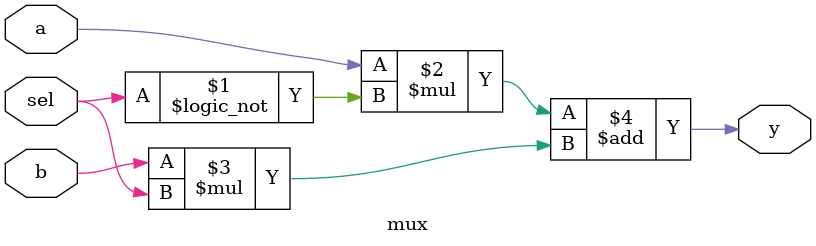
<source format=v>
module mux(input a, input b, input sel, output y);

  assign y = a*!sel + b*sel;

endmodule


</source>
